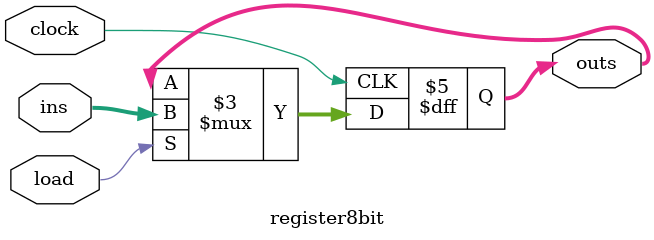
<source format=v>

module register8bit(clock, load, ins, outs);
	input        clock;		// Register clock
	input        load;		// Synchronous active-high load control
	input  [7:0] ins;			// Parallel load inputs
	output [7:0] outs;		// Register state

// The reg declaration refers to a target of a procedural assignment.
// Don't worry about what that means.

	reg    [7:0] outs;

// On a positiVe edge on the clock, the register stores the ins value as its state IF THE LOAD SIGNAL IS HIGH.
// If the load signal is low on a positive clock edge, the state of the register remains unchanged.
	
	always@(posedge clock) begin
		if(load == 1'b1)
		   outs <= ins;
	end

endmodule

</source>
